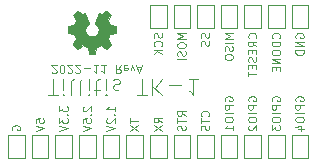
<source format=gbr>
%TF.GenerationSoftware,KiCad,Pcbnew,(6.0.4)*%
%TF.CreationDate,2022-11-15T14:04:27+01:00*%
%TF.ProjectId,tk1,746b312e-6b69-4636-9164-5f7063625858,rev?*%
%TF.SameCoordinates,Original*%
%TF.FileFunction,Legend,Bot*%
%TF.FilePolarity,Positive*%
%FSLAX46Y46*%
G04 Gerber Fmt 4.6, Leading zero omitted, Abs format (unit mm)*
G04 Created by KiCad (PCBNEW (6.0.4)) date 2022-11-15 14:04:27*
%MOMM*%
%LPD*%
G01*
G04 APERTURE LIST*
%ADD10C,0.080000*%
%ADD11C,0.100000*%
%ADD12C,0.120000*%
%ADD13C,0.000100*%
%ADD14C,0.007514*%
G04 APERTURE END LIST*
D10*
X119150000Y-95648000D02*
X119116666Y-95581333D01*
X119116666Y-95481333D01*
X119150000Y-95381333D01*
X119216666Y-95314666D01*
X119283333Y-95281333D01*
X119416666Y-95248000D01*
X119516666Y-95248000D01*
X119650000Y-95281333D01*
X119716666Y-95314666D01*
X119783333Y-95381333D01*
X119816666Y-95481333D01*
X119816666Y-95548000D01*
X119783333Y-95648000D01*
X119750000Y-95681333D01*
X119516666Y-95681333D01*
X119516666Y-95548000D01*
X119816666Y-95981333D02*
X119116666Y-95981333D01*
X119116666Y-96248000D01*
X119150000Y-96314666D01*
X119183333Y-96348000D01*
X119250000Y-96381333D01*
X119350000Y-96381333D01*
X119416666Y-96348000D01*
X119450000Y-96314666D01*
X119483333Y-96248000D01*
X119483333Y-95981333D01*
X119816666Y-96681333D02*
X119116666Y-96681333D01*
X119116666Y-97148000D02*
X119116666Y-97281333D01*
X119150000Y-97348000D01*
X119216666Y-97414666D01*
X119350000Y-97448000D01*
X119583333Y-97448000D01*
X119716666Y-97414666D01*
X119783333Y-97348000D01*
X119816666Y-97281333D01*
X119816666Y-97148000D01*
X119783333Y-97081333D01*
X119716666Y-97014666D01*
X119583333Y-96981333D01*
X119350000Y-96981333D01*
X119216666Y-97014666D01*
X119150000Y-97081333D01*
X119116666Y-97148000D01*
X119816666Y-98114666D02*
X119816666Y-97714666D01*
X119816666Y-97914666D02*
X119116666Y-97914666D01*
X119216666Y-97848000D01*
X119283333Y-97781333D01*
X119316666Y-97714666D01*
X104485333Y-93216666D02*
X104518666Y-93250000D01*
X104585333Y-93283333D01*
X104752000Y-93283333D01*
X104818666Y-93250000D01*
X104852000Y-93216666D01*
X104885333Y-93150000D01*
X104885333Y-93083333D01*
X104852000Y-92983333D01*
X104452000Y-92583333D01*
X104885333Y-92583333D01*
X105318666Y-93283333D02*
X105385333Y-93283333D01*
X105452000Y-93250000D01*
X105485333Y-93216666D01*
X105518666Y-93150000D01*
X105552000Y-93016666D01*
X105552000Y-92850000D01*
X105518666Y-92716666D01*
X105485333Y-92650000D01*
X105452000Y-92616666D01*
X105385333Y-92583333D01*
X105318666Y-92583333D01*
X105252000Y-92616666D01*
X105218666Y-92650000D01*
X105185333Y-92716666D01*
X105152000Y-92850000D01*
X105152000Y-93016666D01*
X105185333Y-93150000D01*
X105218666Y-93216666D01*
X105252000Y-93250000D01*
X105318666Y-93283333D01*
X105818666Y-93216666D02*
X105852000Y-93250000D01*
X105918666Y-93283333D01*
X106085333Y-93283333D01*
X106152000Y-93250000D01*
X106185333Y-93216666D01*
X106218666Y-93150000D01*
X106218666Y-93083333D01*
X106185333Y-92983333D01*
X105785333Y-92583333D01*
X106218666Y-92583333D01*
X106485333Y-93216666D02*
X106518666Y-93250000D01*
X106585333Y-93283333D01*
X106752000Y-93283333D01*
X106818666Y-93250000D01*
X106852000Y-93216666D01*
X106885333Y-93150000D01*
X106885333Y-93083333D01*
X106852000Y-92983333D01*
X106452000Y-92583333D01*
X106885333Y-92583333D01*
X107185333Y-92850000D02*
X107718666Y-92850000D01*
X108418666Y-92583333D02*
X108018666Y-92583333D01*
X108218666Y-92583333D02*
X108218666Y-93283333D01*
X108152000Y-93183333D01*
X108085333Y-93116666D01*
X108018666Y-93083333D01*
X109085333Y-92583333D02*
X108685333Y-92583333D01*
X108885333Y-92583333D02*
X108885333Y-93283333D01*
X108818666Y-93183333D01*
X108752000Y-93116666D01*
X108685333Y-93083333D01*
X110318666Y-92583333D02*
X110085333Y-92916666D01*
X109918666Y-92583333D02*
X109918666Y-93283333D01*
X110185333Y-93283333D01*
X110252000Y-93250000D01*
X110285333Y-93216666D01*
X110318666Y-93150000D01*
X110318666Y-93050000D01*
X110285333Y-92983333D01*
X110252000Y-92950000D01*
X110185333Y-92916666D01*
X109918666Y-92916666D01*
X110885333Y-92616666D02*
X110818666Y-92583333D01*
X110685333Y-92583333D01*
X110618666Y-92616666D01*
X110585333Y-92683333D01*
X110585333Y-92950000D01*
X110618666Y-93016666D01*
X110685333Y-93050000D01*
X110818666Y-93050000D01*
X110885333Y-93016666D01*
X110918666Y-92950000D01*
X110918666Y-92883333D01*
X110585333Y-92816666D01*
X111152000Y-93050000D02*
X111318666Y-92583333D01*
X111485333Y-93050000D01*
X111718666Y-92783333D02*
X112052000Y-92783333D01*
X111652000Y-92583333D02*
X111885333Y-93283333D01*
X112118666Y-92583333D01*
X109816666Y-96514666D02*
X109816666Y-96114666D01*
X109816666Y-96314666D02*
X109116666Y-96314666D01*
X109216666Y-96248000D01*
X109283333Y-96181333D01*
X109316666Y-96114666D01*
X109750000Y-96814666D02*
X109783333Y-96848000D01*
X109816666Y-96814666D01*
X109783333Y-96781333D01*
X109750000Y-96814666D01*
X109816666Y-96814666D01*
X109183333Y-97114666D02*
X109150000Y-97148000D01*
X109116666Y-97214666D01*
X109116666Y-97381333D01*
X109150000Y-97448000D01*
X109183333Y-97481333D01*
X109250000Y-97514666D01*
X109316666Y-97514666D01*
X109416666Y-97481333D01*
X109816666Y-97081333D01*
X109816666Y-97514666D01*
X109116666Y-97714666D02*
X109816666Y-97948000D01*
X109116666Y-98181333D01*
X117750000Y-96914666D02*
X117783333Y-96881333D01*
X117816666Y-96781333D01*
X117816666Y-96714666D01*
X117783333Y-96614666D01*
X117716666Y-96548000D01*
X117650000Y-96514666D01*
X117516666Y-96481333D01*
X117416666Y-96481333D01*
X117283333Y-96514666D01*
X117216666Y-96548000D01*
X117150000Y-96614666D01*
X117116666Y-96714666D01*
X117116666Y-96781333D01*
X117150000Y-96881333D01*
X117183333Y-96914666D01*
X117116666Y-97114666D02*
X117116666Y-97514666D01*
X117816666Y-97314666D02*
X117116666Y-97314666D01*
X117783333Y-97714666D02*
X117816666Y-97814666D01*
X117816666Y-97981333D01*
X117783333Y-98048000D01*
X117750000Y-98081333D01*
X117683333Y-98114666D01*
X117616666Y-98114666D01*
X117550000Y-98081333D01*
X117516666Y-98048000D01*
X117483333Y-97981333D01*
X117450000Y-97848000D01*
X117416666Y-97781333D01*
X117383333Y-97748000D01*
X117316666Y-97714666D01*
X117250000Y-97714666D01*
X117183333Y-97748000D01*
X117150000Y-97781333D01*
X117116666Y-97848000D01*
X117116666Y-98014666D01*
X117150000Y-98114666D01*
X101150000Y-98081333D02*
X101116666Y-98014666D01*
X101116666Y-97914666D01*
X101150000Y-97814666D01*
X101216666Y-97748000D01*
X101283333Y-97714666D01*
X101416666Y-97681333D01*
X101516666Y-97681333D01*
X101650000Y-97714666D01*
X101716666Y-97748000D01*
X101783333Y-97814666D01*
X101816666Y-97914666D01*
X101816666Y-97981333D01*
X101783333Y-98081333D01*
X101750000Y-98114666D01*
X101516666Y-98114666D01*
X101516666Y-97981333D01*
X123750000Y-90318666D02*
X123783333Y-90285333D01*
X123816666Y-90185333D01*
X123816666Y-90118666D01*
X123783333Y-90018666D01*
X123716666Y-89952000D01*
X123650000Y-89918666D01*
X123516666Y-89885333D01*
X123416666Y-89885333D01*
X123283333Y-89918666D01*
X123216666Y-89952000D01*
X123150000Y-90018666D01*
X123116666Y-90118666D01*
X123116666Y-90185333D01*
X123150000Y-90285333D01*
X123183333Y-90318666D01*
X123816666Y-90618666D02*
X123116666Y-90618666D01*
X123116666Y-90785333D01*
X123150000Y-90885333D01*
X123216666Y-90952000D01*
X123283333Y-90985333D01*
X123416666Y-91018666D01*
X123516666Y-91018666D01*
X123650000Y-90985333D01*
X123716666Y-90952000D01*
X123783333Y-90885333D01*
X123816666Y-90785333D01*
X123816666Y-90618666D01*
X123116666Y-91452000D02*
X123116666Y-91585333D01*
X123150000Y-91652000D01*
X123216666Y-91718666D01*
X123350000Y-91752000D01*
X123583333Y-91752000D01*
X123716666Y-91718666D01*
X123783333Y-91652000D01*
X123816666Y-91585333D01*
X123816666Y-91452000D01*
X123783333Y-91385333D01*
X123716666Y-91318666D01*
X123583333Y-91285333D01*
X123350000Y-91285333D01*
X123216666Y-91318666D01*
X123150000Y-91385333D01*
X123116666Y-91452000D01*
X123816666Y-92052000D02*
X123116666Y-92052000D01*
X123816666Y-92452000D01*
X123116666Y-92452000D01*
X123450000Y-92785333D02*
X123450000Y-93018666D01*
X123816666Y-93118666D02*
X123816666Y-92785333D01*
X123116666Y-92785333D01*
X123116666Y-93118666D01*
X115816666Y-89918666D02*
X115116666Y-89918666D01*
X115616666Y-90152000D01*
X115116666Y-90385333D01*
X115816666Y-90385333D01*
X115116666Y-90852000D02*
X115116666Y-90985333D01*
X115150000Y-91052000D01*
X115216666Y-91118666D01*
X115350000Y-91152000D01*
X115583333Y-91152000D01*
X115716666Y-91118666D01*
X115783333Y-91052000D01*
X115816666Y-90985333D01*
X115816666Y-90852000D01*
X115783333Y-90785333D01*
X115716666Y-90718666D01*
X115583333Y-90685333D01*
X115350000Y-90685333D01*
X115216666Y-90718666D01*
X115150000Y-90785333D01*
X115116666Y-90852000D01*
X115783333Y-91418666D02*
X115816666Y-91518666D01*
X115816666Y-91685333D01*
X115783333Y-91752000D01*
X115750000Y-91785333D01*
X115683333Y-91818666D01*
X115616666Y-91818666D01*
X115550000Y-91785333D01*
X115516666Y-91752000D01*
X115483333Y-91685333D01*
X115450000Y-91552000D01*
X115416666Y-91485333D01*
X115383333Y-91452000D01*
X115316666Y-91418666D01*
X115250000Y-91418666D01*
X115183333Y-91452000D01*
X115150000Y-91485333D01*
X115116666Y-91552000D01*
X115116666Y-91718666D01*
X115150000Y-91818666D01*
X115816666Y-92118666D02*
X115116666Y-92118666D01*
X125150000Y-95648000D02*
X125116666Y-95581333D01*
X125116666Y-95481333D01*
X125150000Y-95381333D01*
X125216666Y-95314666D01*
X125283333Y-95281333D01*
X125416666Y-95248000D01*
X125516666Y-95248000D01*
X125650000Y-95281333D01*
X125716666Y-95314666D01*
X125783333Y-95381333D01*
X125816666Y-95481333D01*
X125816666Y-95548000D01*
X125783333Y-95648000D01*
X125750000Y-95681333D01*
X125516666Y-95681333D01*
X125516666Y-95548000D01*
X125816666Y-95981333D02*
X125116666Y-95981333D01*
X125116666Y-96248000D01*
X125150000Y-96314666D01*
X125183333Y-96348000D01*
X125250000Y-96381333D01*
X125350000Y-96381333D01*
X125416666Y-96348000D01*
X125450000Y-96314666D01*
X125483333Y-96248000D01*
X125483333Y-95981333D01*
X125816666Y-96681333D02*
X125116666Y-96681333D01*
X125116666Y-97148000D02*
X125116666Y-97281333D01*
X125150000Y-97348000D01*
X125216666Y-97414666D01*
X125350000Y-97448000D01*
X125583333Y-97448000D01*
X125716666Y-97414666D01*
X125783333Y-97348000D01*
X125816666Y-97281333D01*
X125816666Y-97148000D01*
X125783333Y-97081333D01*
X125716666Y-97014666D01*
X125583333Y-96981333D01*
X125350000Y-96981333D01*
X125216666Y-97014666D01*
X125150000Y-97081333D01*
X125116666Y-97148000D01*
X125350000Y-98048000D02*
X125816666Y-98048000D01*
X125083333Y-97881333D02*
X125583333Y-97714666D01*
X125583333Y-98148000D01*
X113816666Y-97448000D02*
X113483333Y-97214666D01*
X113816666Y-97048000D02*
X113116666Y-97048000D01*
X113116666Y-97314666D01*
X113150000Y-97381333D01*
X113183333Y-97414666D01*
X113250000Y-97448000D01*
X113350000Y-97448000D01*
X113416666Y-97414666D01*
X113450000Y-97381333D01*
X113483333Y-97314666D01*
X113483333Y-97048000D01*
X113116666Y-97681333D02*
X113816666Y-98148000D01*
X113116666Y-98148000D02*
X113816666Y-97681333D01*
X105116666Y-96081333D02*
X105116666Y-96514666D01*
X105383333Y-96281333D01*
X105383333Y-96381333D01*
X105416666Y-96448000D01*
X105450000Y-96481333D01*
X105516666Y-96514666D01*
X105683333Y-96514666D01*
X105750000Y-96481333D01*
X105783333Y-96448000D01*
X105816666Y-96381333D01*
X105816666Y-96181333D01*
X105783333Y-96114666D01*
X105750000Y-96081333D01*
X105750000Y-96814666D02*
X105783333Y-96848000D01*
X105816666Y-96814666D01*
X105783333Y-96781333D01*
X105750000Y-96814666D01*
X105816666Y-96814666D01*
X105116666Y-97081333D02*
X105116666Y-97514666D01*
X105383333Y-97281333D01*
X105383333Y-97381333D01*
X105416666Y-97448000D01*
X105450000Y-97481333D01*
X105516666Y-97514666D01*
X105683333Y-97514666D01*
X105750000Y-97481333D01*
X105783333Y-97448000D01*
X105816666Y-97381333D01*
X105816666Y-97181333D01*
X105783333Y-97114666D01*
X105750000Y-97081333D01*
X105116666Y-97714666D02*
X105816666Y-97948000D01*
X105116666Y-98181333D01*
X111116666Y-97114666D02*
X111116666Y-97514666D01*
X111816666Y-97314666D02*
X111116666Y-97314666D01*
X111116666Y-97681333D02*
X111816666Y-98148000D01*
X111116666Y-98148000D02*
X111816666Y-97681333D01*
X125150000Y-90285333D02*
X125116666Y-90218666D01*
X125116666Y-90118666D01*
X125150000Y-90018666D01*
X125216666Y-89952000D01*
X125283333Y-89918666D01*
X125416666Y-89885333D01*
X125516666Y-89885333D01*
X125650000Y-89918666D01*
X125716666Y-89952000D01*
X125783333Y-90018666D01*
X125816666Y-90118666D01*
X125816666Y-90185333D01*
X125783333Y-90285333D01*
X125750000Y-90318666D01*
X125516666Y-90318666D01*
X125516666Y-90185333D01*
X125816666Y-90618666D02*
X125116666Y-90618666D01*
X125816666Y-91018666D01*
X125116666Y-91018666D01*
X125816666Y-91352000D02*
X125116666Y-91352000D01*
X125116666Y-91518666D01*
X125150000Y-91618666D01*
X125216666Y-91685333D01*
X125283333Y-91718666D01*
X125416666Y-91752000D01*
X125516666Y-91752000D01*
X125650000Y-91718666D01*
X125716666Y-91685333D01*
X125783333Y-91618666D01*
X125816666Y-91518666D01*
X125816666Y-91352000D01*
X113783333Y-89885333D02*
X113816666Y-89985333D01*
X113816666Y-90152000D01*
X113783333Y-90218666D01*
X113750000Y-90252000D01*
X113683333Y-90285333D01*
X113616666Y-90285333D01*
X113550000Y-90252000D01*
X113516666Y-90218666D01*
X113483333Y-90152000D01*
X113450000Y-90018666D01*
X113416666Y-89952000D01*
X113383333Y-89918666D01*
X113316666Y-89885333D01*
X113250000Y-89885333D01*
X113183333Y-89918666D01*
X113150000Y-89952000D01*
X113116666Y-90018666D01*
X113116666Y-90185333D01*
X113150000Y-90285333D01*
X113750000Y-90985333D02*
X113783333Y-90952000D01*
X113816666Y-90852000D01*
X113816666Y-90785333D01*
X113783333Y-90685333D01*
X113716666Y-90618666D01*
X113650000Y-90585333D01*
X113516666Y-90552000D01*
X113416666Y-90552000D01*
X113283333Y-90585333D01*
X113216666Y-90618666D01*
X113150000Y-90685333D01*
X113116666Y-90785333D01*
X113116666Y-90852000D01*
X113150000Y-90952000D01*
X113183333Y-90985333D01*
X113816666Y-91285333D02*
X113116666Y-91285333D01*
X113816666Y-91685333D02*
X113416666Y-91385333D01*
X113116666Y-91685333D02*
X113516666Y-91285333D01*
X119816666Y-89918666D02*
X119116666Y-89918666D01*
X119616666Y-90152000D01*
X119116666Y-90385333D01*
X119816666Y-90385333D01*
X119816666Y-90718666D02*
X119116666Y-90718666D01*
X119783333Y-91018666D02*
X119816666Y-91118666D01*
X119816666Y-91285333D01*
X119783333Y-91352000D01*
X119750000Y-91385333D01*
X119683333Y-91418666D01*
X119616666Y-91418666D01*
X119550000Y-91385333D01*
X119516666Y-91352000D01*
X119483333Y-91285333D01*
X119450000Y-91152000D01*
X119416666Y-91085333D01*
X119383333Y-91052000D01*
X119316666Y-91018666D01*
X119250000Y-91018666D01*
X119183333Y-91052000D01*
X119150000Y-91085333D01*
X119116666Y-91152000D01*
X119116666Y-91318666D01*
X119150000Y-91418666D01*
X119116666Y-91852000D02*
X119116666Y-91985333D01*
X119150000Y-92052000D01*
X119216666Y-92118666D01*
X119350000Y-92152000D01*
X119583333Y-92152000D01*
X119716666Y-92118666D01*
X119783333Y-92052000D01*
X119816666Y-91985333D01*
X119816666Y-91852000D01*
X119783333Y-91785333D01*
X119716666Y-91718666D01*
X119583333Y-91685333D01*
X119350000Y-91685333D01*
X119216666Y-91718666D01*
X119150000Y-91785333D01*
X119116666Y-91852000D01*
D11*
X104198333Y-95166666D02*
X104998333Y-95166666D01*
X104598333Y-93766666D02*
X104598333Y-95166666D01*
X105465000Y-93766666D02*
X105465000Y-94700000D01*
X105465000Y-95166666D02*
X105398333Y-95100000D01*
X105465000Y-95033333D01*
X105531666Y-95100000D01*
X105465000Y-95166666D01*
X105465000Y-95033333D01*
X106331666Y-93766666D02*
X106198333Y-93833333D01*
X106131666Y-93966666D01*
X106131666Y-95166666D01*
X107065000Y-93766666D02*
X106931666Y-93833333D01*
X106865000Y-93966666D01*
X106865000Y-95166666D01*
X107598333Y-93766666D02*
X107598333Y-94700000D01*
X107598333Y-95166666D02*
X107531666Y-95100000D01*
X107598333Y-95033333D01*
X107665000Y-95100000D01*
X107598333Y-95166666D01*
X107598333Y-95033333D01*
X108065000Y-94700000D02*
X108598333Y-94700000D01*
X108265000Y-95166666D02*
X108265000Y-93966666D01*
X108331666Y-93833333D01*
X108465000Y-93766666D01*
X108598333Y-93766666D01*
X109064999Y-93766666D02*
X109064999Y-94700000D01*
X109064999Y-95166666D02*
X108998333Y-95100000D01*
X109064999Y-95033333D01*
X109131666Y-95100000D01*
X109064999Y-95166666D01*
X109064999Y-95033333D01*
X109665000Y-93833333D02*
X109798333Y-93766666D01*
X110065000Y-93766666D01*
X110198333Y-93833333D01*
X110265000Y-93966666D01*
X110265000Y-94033333D01*
X110198333Y-94166666D01*
X110065000Y-94233333D01*
X109865000Y-94233333D01*
X109731666Y-94300000D01*
X109665000Y-94433333D01*
X109665000Y-94500000D01*
X109731666Y-94633333D01*
X109865000Y-94700000D01*
X110065000Y-94700000D01*
X110198333Y-94633333D01*
X111731666Y-95166666D02*
X112531666Y-95166666D01*
X112131666Y-93766666D02*
X112131666Y-95166666D01*
X112998333Y-93766666D02*
X112998333Y-95166666D01*
X113798333Y-93766666D02*
X113198333Y-94566666D01*
X113798333Y-95166666D02*
X112998333Y-94366666D01*
X114398333Y-94300000D02*
X115464999Y-94300000D01*
X116864999Y-93766666D02*
X116064999Y-93766666D01*
X116464999Y-93766666D02*
X116464999Y-95166666D01*
X116331666Y-94966666D01*
X116198333Y-94833333D01*
X116064999Y-94766666D01*
D10*
X115816666Y-96914666D02*
X115483333Y-96681333D01*
X115816666Y-96514666D02*
X115116666Y-96514666D01*
X115116666Y-96781333D01*
X115150000Y-96848000D01*
X115183333Y-96881333D01*
X115250000Y-96914666D01*
X115350000Y-96914666D01*
X115416666Y-96881333D01*
X115450000Y-96848000D01*
X115483333Y-96781333D01*
X115483333Y-96514666D01*
X115116666Y-97114666D02*
X115116666Y-97514666D01*
X115816666Y-97314666D02*
X115116666Y-97314666D01*
X115783333Y-97714666D02*
X115816666Y-97814666D01*
X115816666Y-97981333D01*
X115783333Y-98048000D01*
X115750000Y-98081333D01*
X115683333Y-98114666D01*
X115616666Y-98114666D01*
X115550000Y-98081333D01*
X115516666Y-98048000D01*
X115483333Y-97981333D01*
X115450000Y-97848000D01*
X115416666Y-97781333D01*
X115383333Y-97748000D01*
X115316666Y-97714666D01*
X115250000Y-97714666D01*
X115183333Y-97748000D01*
X115150000Y-97781333D01*
X115116666Y-97848000D01*
X115116666Y-98014666D01*
X115150000Y-98114666D01*
X103116666Y-97481333D02*
X103116666Y-97148000D01*
X103450000Y-97114666D01*
X103416666Y-97148000D01*
X103383333Y-97214666D01*
X103383333Y-97381333D01*
X103416666Y-97448000D01*
X103450000Y-97481333D01*
X103516666Y-97514666D01*
X103683333Y-97514666D01*
X103750000Y-97481333D01*
X103783333Y-97448000D01*
X103816666Y-97381333D01*
X103816666Y-97214666D01*
X103783333Y-97148000D01*
X103750000Y-97114666D01*
X103116666Y-97714666D02*
X103816666Y-97948000D01*
X103116666Y-98181333D01*
X121750000Y-90318666D02*
X121783333Y-90285333D01*
X121816666Y-90185333D01*
X121816666Y-90118666D01*
X121783333Y-90018666D01*
X121716666Y-89952000D01*
X121650000Y-89918666D01*
X121516666Y-89885333D01*
X121416666Y-89885333D01*
X121283333Y-89918666D01*
X121216666Y-89952000D01*
X121150000Y-90018666D01*
X121116666Y-90118666D01*
X121116666Y-90185333D01*
X121150000Y-90285333D01*
X121183333Y-90318666D01*
X121816666Y-91018666D02*
X121483333Y-90785333D01*
X121816666Y-90618666D02*
X121116666Y-90618666D01*
X121116666Y-90885333D01*
X121150000Y-90952000D01*
X121183333Y-90985333D01*
X121250000Y-91018666D01*
X121350000Y-91018666D01*
X121416666Y-90985333D01*
X121450000Y-90952000D01*
X121483333Y-90885333D01*
X121483333Y-90618666D01*
X121450000Y-91318666D02*
X121450000Y-91552000D01*
X121816666Y-91652000D02*
X121816666Y-91318666D01*
X121116666Y-91318666D01*
X121116666Y-91652000D01*
X121783333Y-91918666D02*
X121816666Y-92018666D01*
X121816666Y-92185333D01*
X121783333Y-92252000D01*
X121750000Y-92285333D01*
X121683333Y-92318666D01*
X121616666Y-92318666D01*
X121550000Y-92285333D01*
X121516666Y-92252000D01*
X121483333Y-92185333D01*
X121450000Y-92052000D01*
X121416666Y-91985333D01*
X121383333Y-91952000D01*
X121316666Y-91918666D01*
X121250000Y-91918666D01*
X121183333Y-91952000D01*
X121150000Y-91985333D01*
X121116666Y-92052000D01*
X121116666Y-92218666D01*
X121150000Y-92318666D01*
X121450000Y-92618666D02*
X121450000Y-92852000D01*
X121816666Y-92952000D02*
X121816666Y-92618666D01*
X121116666Y-92618666D01*
X121116666Y-92952000D01*
X121116666Y-93152000D02*
X121116666Y-93552000D01*
X121816666Y-93352000D02*
X121116666Y-93352000D01*
X123150000Y-95648000D02*
X123116666Y-95581333D01*
X123116666Y-95481333D01*
X123150000Y-95381333D01*
X123216666Y-95314666D01*
X123283333Y-95281333D01*
X123416666Y-95248000D01*
X123516666Y-95248000D01*
X123650000Y-95281333D01*
X123716666Y-95314666D01*
X123783333Y-95381333D01*
X123816666Y-95481333D01*
X123816666Y-95548000D01*
X123783333Y-95648000D01*
X123750000Y-95681333D01*
X123516666Y-95681333D01*
X123516666Y-95548000D01*
X123816666Y-95981333D02*
X123116666Y-95981333D01*
X123116666Y-96248000D01*
X123150000Y-96314666D01*
X123183333Y-96348000D01*
X123250000Y-96381333D01*
X123350000Y-96381333D01*
X123416666Y-96348000D01*
X123450000Y-96314666D01*
X123483333Y-96248000D01*
X123483333Y-95981333D01*
X123816666Y-96681333D02*
X123116666Y-96681333D01*
X123116666Y-97148000D02*
X123116666Y-97281333D01*
X123150000Y-97348000D01*
X123216666Y-97414666D01*
X123350000Y-97448000D01*
X123583333Y-97448000D01*
X123716666Y-97414666D01*
X123783333Y-97348000D01*
X123816666Y-97281333D01*
X123816666Y-97148000D01*
X123783333Y-97081333D01*
X123716666Y-97014666D01*
X123583333Y-96981333D01*
X123350000Y-96981333D01*
X123216666Y-97014666D01*
X123150000Y-97081333D01*
X123116666Y-97148000D01*
X123116666Y-97681333D02*
X123116666Y-98114666D01*
X123383333Y-97881333D01*
X123383333Y-97981333D01*
X123416666Y-98048000D01*
X123450000Y-98081333D01*
X123516666Y-98114666D01*
X123683333Y-98114666D01*
X123750000Y-98081333D01*
X123783333Y-98048000D01*
X123816666Y-97981333D01*
X123816666Y-97781333D01*
X123783333Y-97714666D01*
X123750000Y-97681333D01*
X121150000Y-95648000D02*
X121116666Y-95581333D01*
X121116666Y-95481333D01*
X121150000Y-95381333D01*
X121216666Y-95314666D01*
X121283333Y-95281333D01*
X121416666Y-95248000D01*
X121516666Y-95248000D01*
X121650000Y-95281333D01*
X121716666Y-95314666D01*
X121783333Y-95381333D01*
X121816666Y-95481333D01*
X121816666Y-95548000D01*
X121783333Y-95648000D01*
X121750000Y-95681333D01*
X121516666Y-95681333D01*
X121516666Y-95548000D01*
X121816666Y-95981333D02*
X121116666Y-95981333D01*
X121116666Y-96248000D01*
X121150000Y-96314666D01*
X121183333Y-96348000D01*
X121250000Y-96381333D01*
X121350000Y-96381333D01*
X121416666Y-96348000D01*
X121450000Y-96314666D01*
X121483333Y-96248000D01*
X121483333Y-95981333D01*
X121816666Y-96681333D02*
X121116666Y-96681333D01*
X121116666Y-97148000D02*
X121116666Y-97281333D01*
X121150000Y-97348000D01*
X121216666Y-97414666D01*
X121350000Y-97448000D01*
X121583333Y-97448000D01*
X121716666Y-97414666D01*
X121783333Y-97348000D01*
X121816666Y-97281333D01*
X121816666Y-97148000D01*
X121783333Y-97081333D01*
X121716666Y-97014666D01*
X121583333Y-96981333D01*
X121350000Y-96981333D01*
X121216666Y-97014666D01*
X121150000Y-97081333D01*
X121116666Y-97148000D01*
X121183333Y-97714666D02*
X121150000Y-97748000D01*
X121116666Y-97814666D01*
X121116666Y-97981333D01*
X121150000Y-98048000D01*
X121183333Y-98081333D01*
X121250000Y-98114666D01*
X121316666Y-98114666D01*
X121416666Y-98081333D01*
X121816666Y-97681333D01*
X121816666Y-98114666D01*
X107183333Y-96114666D02*
X107150000Y-96148000D01*
X107116666Y-96214666D01*
X107116666Y-96381333D01*
X107150000Y-96448000D01*
X107183333Y-96481333D01*
X107250000Y-96514666D01*
X107316666Y-96514666D01*
X107416666Y-96481333D01*
X107816666Y-96081333D01*
X107816666Y-96514666D01*
X107750000Y-96814666D02*
X107783333Y-96848000D01*
X107816666Y-96814666D01*
X107783333Y-96781333D01*
X107750000Y-96814666D01*
X107816666Y-96814666D01*
X107116666Y-97481333D02*
X107116666Y-97148000D01*
X107450000Y-97114666D01*
X107416666Y-97148000D01*
X107383333Y-97214666D01*
X107383333Y-97381333D01*
X107416666Y-97448000D01*
X107450000Y-97481333D01*
X107516666Y-97514666D01*
X107683333Y-97514666D01*
X107750000Y-97481333D01*
X107783333Y-97448000D01*
X107816666Y-97381333D01*
X107816666Y-97214666D01*
X107783333Y-97148000D01*
X107750000Y-97114666D01*
X107116666Y-97714666D02*
X107816666Y-97948000D01*
X107116666Y-98181333D01*
X117783333Y-89885333D02*
X117816666Y-89985333D01*
X117816666Y-90152000D01*
X117783333Y-90218666D01*
X117750000Y-90252000D01*
X117683333Y-90285333D01*
X117616666Y-90285333D01*
X117550000Y-90252000D01*
X117516666Y-90218666D01*
X117483333Y-90152000D01*
X117450000Y-90018666D01*
X117416666Y-89952000D01*
X117383333Y-89918666D01*
X117316666Y-89885333D01*
X117250000Y-89885333D01*
X117183333Y-89918666D01*
X117150000Y-89952000D01*
X117116666Y-90018666D01*
X117116666Y-90185333D01*
X117150000Y-90285333D01*
X117783333Y-90552000D02*
X117816666Y-90652000D01*
X117816666Y-90818666D01*
X117783333Y-90885333D01*
X117750000Y-90918666D01*
X117683333Y-90952000D01*
X117616666Y-90952000D01*
X117550000Y-90918666D01*
X117516666Y-90885333D01*
X117483333Y-90818666D01*
X117450000Y-90685333D01*
X117416666Y-90618666D01*
X117383333Y-90585333D01*
X117316666Y-90552000D01*
X117250000Y-90552000D01*
X117183333Y-90585333D01*
X117150000Y-90618666D01*
X117116666Y-90685333D01*
X117116666Y-90852000D01*
X117150000Y-90952000D01*
D12*
%TO.C,TP1*%
X104200000Y-100500000D02*
X104200000Y-98500000D01*
X104200000Y-98500000D02*
X102800000Y-98500000D01*
X102800000Y-98500000D02*
X102800000Y-100500000D01*
X102800000Y-100500000D02*
X104200000Y-100500000D01*
%TO.C,TP3*%
X108200000Y-98500000D02*
X106800000Y-98500000D01*
X108200000Y-100500000D02*
X108200000Y-98500000D01*
X106800000Y-100500000D02*
X108200000Y-100500000D01*
X106800000Y-98500000D02*
X106800000Y-100500000D01*
%TO.C,TP4*%
X110200000Y-98500000D02*
X108800000Y-98500000D01*
X110200000Y-100500000D02*
X110200000Y-98500000D01*
X108800000Y-98500000D02*
X108800000Y-100500000D01*
X108800000Y-100500000D02*
X110200000Y-100500000D01*
%TO.C,TP2*%
X106200000Y-100500000D02*
X106200000Y-98500000D01*
X106200000Y-98500000D02*
X104800000Y-98500000D01*
X104800000Y-98500000D02*
X104800000Y-100500000D01*
X104800000Y-100500000D02*
X106200000Y-100500000D01*
%TO.C,TP7*%
X112800000Y-98500000D02*
X112800000Y-100500000D01*
X112800000Y-100500000D02*
X114200000Y-100500000D01*
X114200000Y-98500000D02*
X112800000Y-98500000D01*
X114200000Y-100500000D02*
X114200000Y-98500000D01*
%TO.C,TP9*%
X118200000Y-98500000D02*
X116800000Y-98500000D01*
X116800000Y-100500000D02*
X118200000Y-100500000D01*
X116800000Y-98500000D02*
X116800000Y-100500000D01*
X118200000Y-100500000D02*
X118200000Y-98500000D01*
%TO.C,TP5*%
X124800000Y-89500000D02*
X126200000Y-89500000D01*
X126200000Y-87500000D02*
X124800000Y-87500000D01*
X126200000Y-89500000D02*
X126200000Y-87500000D01*
X124800000Y-87500000D02*
X124800000Y-89500000D01*
%TO.C,TP18*%
X120200000Y-100500000D02*
X120200000Y-98500000D01*
X118800000Y-98500000D02*
X118800000Y-100500000D01*
X120200000Y-98500000D02*
X118800000Y-98500000D01*
X118800000Y-100500000D02*
X120200000Y-100500000D01*
%TO.C,REF\u002A\u002A*%
G36*
X109142060Y-87992980D02*
G01*
X109512900Y-88363820D01*
X109515440Y-88373980D01*
X109515440Y-88379060D01*
X109512900Y-88389220D01*
X109510360Y-88394300D01*
X109230960Y-88800700D01*
X109228420Y-88813400D01*
X109228420Y-88821020D01*
X109231520Y-88835072D01*
X109383397Y-89214459D01*
X109393520Y-89227420D01*
X109403680Y-89235040D01*
X109413840Y-89240120D01*
X109904060Y-89331560D01*
X109911680Y-89336640D01*
X109919300Y-89346800D01*
X109921840Y-89356960D01*
X109921840Y-89872580D01*
X109919300Y-89880200D01*
X109916760Y-89885280D01*
X109911680Y-89890360D01*
X109904060Y-89895440D01*
X109896440Y-89897980D01*
X109403680Y-89989420D01*
X109393520Y-89991960D01*
X109378280Y-90002120D01*
X109375740Y-90007200D01*
X109370594Y-90015315D01*
X109215720Y-90378040D01*
X109213180Y-90388200D01*
X109213180Y-90398360D01*
X109218260Y-90405980D01*
X109220800Y-90411060D01*
X109515440Y-90840320D01*
X109515440Y-90847940D01*
X109512900Y-90855560D01*
X109505280Y-90870800D01*
X109136980Y-91236560D01*
X109126820Y-91239100D01*
X109119200Y-91239100D01*
X109114120Y-91236560D01*
X108679780Y-90939380D01*
X108672160Y-90936840D01*
X108656920Y-90934300D01*
X108644220Y-90936840D01*
X108636600Y-90939380D01*
X108286080Y-91081620D01*
X108278460Y-91089240D01*
X108273380Y-91096860D01*
X108269232Y-91106847D01*
X108171780Y-91630260D01*
X108164160Y-91637880D01*
X108159080Y-91640420D01*
X108151460Y-91642960D01*
X108143840Y-91642960D01*
X107633268Y-91644817D01*
X107620600Y-91640420D01*
X107612980Y-91635340D01*
X107605360Y-91625180D01*
X107510699Y-91106847D01*
X107506300Y-91096860D01*
X107498680Y-91086700D01*
X107485980Y-91079080D01*
X107132920Y-90934300D01*
X107107520Y-90934300D01*
X106670640Y-91234020D01*
X106663020Y-91239100D01*
X106655400Y-91239100D01*
X106645240Y-91236560D01*
X106635300Y-91231480D01*
X106630000Y-91226400D01*
X106274400Y-90868260D01*
X106266780Y-90860640D01*
X106264240Y-90850480D01*
X106266780Y-90837780D01*
X106274400Y-90827620D01*
X106556340Y-90416140D01*
X106561420Y-90408520D01*
X106563960Y-90400900D01*
X106563960Y-90378040D01*
X106556340Y-90360260D01*
X106406480Y-90007200D01*
X106398860Y-89999580D01*
X106386160Y-89991960D01*
X106378540Y-89989420D01*
X105883240Y-89897980D01*
X105873080Y-89895440D01*
X105865460Y-89887820D01*
X105860380Y-89880200D01*
X105858898Y-89870538D01*
X105857840Y-89359500D01*
X105860380Y-89349340D01*
X105865460Y-89339180D01*
X105878160Y-89331560D01*
X106353140Y-89242660D01*
X106376000Y-89237580D01*
X106388700Y-89227420D01*
X106393780Y-89219800D01*
X106548720Y-88831180D01*
X106551260Y-88823560D01*
X106551260Y-88810860D01*
X106548720Y-88800700D01*
X106543640Y-88793080D01*
X106269320Y-88391760D01*
X106266780Y-88386680D01*
X106266780Y-88373980D01*
X106274400Y-88358740D01*
X106284560Y-88346040D01*
X106640160Y-87992980D01*
X106655400Y-87987900D01*
X106670640Y-87990440D01*
X106683340Y-88000600D01*
X107066880Y-88264760D01*
X107074500Y-88267300D01*
X107084660Y-88269840D01*
X107097360Y-88267300D01*
X107110060Y-88262220D01*
X107287860Y-88170780D01*
X107300560Y-88173320D01*
X107310720Y-88188560D01*
X107666320Y-89052160D01*
X107666320Y-89067400D01*
X107663780Y-89075020D01*
X107653620Y-89085180D01*
X107508840Y-89189320D01*
X107468200Y-89232500D01*
X107430100Y-89278220D01*
X107397080Y-89329020D01*
X107371680Y-89379820D01*
X107351360Y-89433160D01*
X107338660Y-89473800D01*
X107325960Y-89547460D01*
X107323420Y-89595720D01*
X107323420Y-89631280D01*
X107325960Y-89684620D01*
X107338660Y-89740500D01*
X107353900Y-89801460D01*
X107384380Y-89867500D01*
X107407240Y-89910680D01*
X107447880Y-89964020D01*
X107488520Y-90012280D01*
X107564720Y-90078320D01*
X107661240Y-90131660D01*
X107757760Y-90164680D01*
X107856820Y-90177380D01*
X107943180Y-90177380D01*
X107991440Y-90169760D01*
X108037160Y-90159600D01*
X108103200Y-90139280D01*
X108169240Y-90106260D01*
X108214960Y-90075780D01*
X108268300Y-90035140D01*
X108316560Y-89986880D01*
X108362280Y-89925920D01*
X108413080Y-89834480D01*
X108446100Y-89727800D01*
X108456260Y-89643980D01*
X108456260Y-89572860D01*
X108448640Y-89511900D01*
X108428320Y-89430620D01*
X108385140Y-89334100D01*
X108336880Y-89257900D01*
X108255600Y-89176620D01*
X108202260Y-89138520D01*
X108161620Y-89108040D01*
X108126060Y-89087720D01*
X108115900Y-89077560D01*
X108113360Y-89069940D01*
X108113360Y-89054700D01*
X108118440Y-89044540D01*
X108474040Y-88183480D01*
X108479120Y-88175860D01*
X108484200Y-88173320D01*
X108491820Y-88170780D01*
X108499440Y-88170780D01*
X108679780Y-88267300D01*
X108689940Y-88269840D01*
X108700100Y-88269840D01*
X108710260Y-88267300D01*
X108717880Y-88262220D01*
X109111580Y-87992980D01*
X109116660Y-87990440D01*
X109124280Y-87987900D01*
X109134440Y-87987900D01*
X109142060Y-87992980D01*
G37*
D13*
X109142060Y-87992980D02*
X109512900Y-88363820D01*
X109515440Y-88373980D01*
X109515440Y-88379060D01*
X109512900Y-88389220D01*
X109510360Y-88394300D01*
X109230960Y-88800700D01*
X109228420Y-88813400D01*
X109228420Y-88821020D01*
X109231520Y-88835072D01*
X109383397Y-89214459D01*
X109393520Y-89227420D01*
X109403680Y-89235040D01*
X109413840Y-89240120D01*
X109904060Y-89331560D01*
X109911680Y-89336640D01*
X109919300Y-89346800D01*
X109921840Y-89356960D01*
X109921840Y-89872580D01*
X109919300Y-89880200D01*
X109916760Y-89885280D01*
X109911680Y-89890360D01*
X109904060Y-89895440D01*
X109896440Y-89897980D01*
X109403680Y-89989420D01*
X109393520Y-89991960D01*
X109378280Y-90002120D01*
X109375740Y-90007200D01*
X109370594Y-90015315D01*
X109215720Y-90378040D01*
X109213180Y-90388200D01*
X109213180Y-90398360D01*
X109218260Y-90405980D01*
X109220800Y-90411060D01*
X109515440Y-90840320D01*
X109515440Y-90847940D01*
X109512900Y-90855560D01*
X109505280Y-90870800D01*
X109136980Y-91236560D01*
X109126820Y-91239100D01*
X109119200Y-91239100D01*
X109114120Y-91236560D01*
X108679780Y-90939380D01*
X108672160Y-90936840D01*
X108656920Y-90934300D01*
X108644220Y-90936840D01*
X108636600Y-90939380D01*
X108286080Y-91081620D01*
X108278460Y-91089240D01*
X108273380Y-91096860D01*
X108269232Y-91106847D01*
X108171780Y-91630260D01*
X108164160Y-91637880D01*
X108159080Y-91640420D01*
X108151460Y-91642960D01*
X108143840Y-91642960D01*
X107633268Y-91644817D01*
X107620600Y-91640420D01*
X107612980Y-91635340D01*
X107605360Y-91625180D01*
X107510699Y-91106847D01*
X107506300Y-91096860D01*
X107498680Y-91086700D01*
X107485980Y-91079080D01*
X107132920Y-90934300D01*
X107107520Y-90934300D01*
X106670640Y-91234020D01*
X106663020Y-91239100D01*
X106655400Y-91239100D01*
X106645240Y-91236560D01*
X106635300Y-91231480D01*
X106630000Y-91226400D01*
X106274400Y-90868260D01*
X106266780Y-90860640D01*
X106264240Y-90850480D01*
X106266780Y-90837780D01*
X106274400Y-90827620D01*
X106556340Y-90416140D01*
X106561420Y-90408520D01*
X106563960Y-90400900D01*
X106563960Y-90378040D01*
X106556340Y-90360260D01*
X106406480Y-90007200D01*
X106398860Y-89999580D01*
X106386160Y-89991960D01*
X106378540Y-89989420D01*
X105883240Y-89897980D01*
X105873080Y-89895440D01*
X105865460Y-89887820D01*
X105860380Y-89880200D01*
X105858898Y-89870538D01*
X105857840Y-89359500D01*
X105860380Y-89349340D01*
X105865460Y-89339180D01*
X105878160Y-89331560D01*
X106353140Y-89242660D01*
X106376000Y-89237580D01*
X106388700Y-89227420D01*
X106393780Y-89219800D01*
X106548720Y-88831180D01*
X106551260Y-88823560D01*
X106551260Y-88810860D01*
X106548720Y-88800700D01*
X106543640Y-88793080D01*
X106269320Y-88391760D01*
X106266780Y-88386680D01*
X106266780Y-88373980D01*
X106274400Y-88358740D01*
X106284560Y-88346040D01*
X106640160Y-87992980D01*
X106655400Y-87987900D01*
X106670640Y-87990440D01*
X106683340Y-88000600D01*
X107066880Y-88264760D01*
X107074500Y-88267300D01*
X107084660Y-88269840D01*
X107097360Y-88267300D01*
X107110060Y-88262220D01*
X107287860Y-88170780D01*
X107300560Y-88173320D01*
X107310720Y-88188560D01*
X107666320Y-89052160D01*
X107666320Y-89067400D01*
X107663780Y-89075020D01*
X107653620Y-89085180D01*
X107508840Y-89189320D01*
X107468200Y-89232500D01*
X107430100Y-89278220D01*
X107397080Y-89329020D01*
X107371680Y-89379820D01*
X107351360Y-89433160D01*
X107338660Y-89473800D01*
X107325960Y-89547460D01*
X107323420Y-89595720D01*
X107323420Y-89631280D01*
X107325960Y-89684620D01*
X107338660Y-89740500D01*
X107353900Y-89801460D01*
X107384380Y-89867500D01*
X107407240Y-89910680D01*
X107447880Y-89964020D01*
X107488520Y-90012280D01*
X107564720Y-90078320D01*
X107661240Y-90131660D01*
X107757760Y-90164680D01*
X107856820Y-90177380D01*
X107943180Y-90177380D01*
X107991440Y-90169760D01*
X108037160Y-90159600D01*
X108103200Y-90139280D01*
X108169240Y-90106260D01*
X108214960Y-90075780D01*
X108268300Y-90035140D01*
X108316560Y-89986880D01*
X108362280Y-89925920D01*
X108413080Y-89834480D01*
X108446100Y-89727800D01*
X108456260Y-89643980D01*
X108456260Y-89572860D01*
X108448640Y-89511900D01*
X108428320Y-89430620D01*
X108385140Y-89334100D01*
X108336880Y-89257900D01*
X108255600Y-89176620D01*
X108202260Y-89138520D01*
X108161620Y-89108040D01*
X108126060Y-89087720D01*
X108115900Y-89077560D01*
X108113360Y-89069940D01*
X108113360Y-89054700D01*
X108118440Y-89044540D01*
X108474040Y-88183480D01*
X108479120Y-88175860D01*
X108484200Y-88173320D01*
X108491820Y-88170780D01*
X108499440Y-88170780D01*
X108679780Y-88267300D01*
X108689940Y-88269840D01*
X108700100Y-88269840D01*
X108710260Y-88267300D01*
X108717880Y-88262220D01*
X109111580Y-87992980D01*
X109116660Y-87990440D01*
X109124280Y-87987900D01*
X109134440Y-87987900D01*
X109142060Y-87992980D01*
D14*
X107889904Y-90178599D02*
X107919114Y-90177860D01*
X107947940Y-90175668D01*
X107976348Y-90172058D01*
X108004301Y-90167066D01*
X108031763Y-90160727D01*
X108058700Y-90153078D01*
X108085074Y-90144153D01*
X108110852Y-90133989D01*
X108135996Y-90122621D01*
X108160471Y-90110085D01*
X108184242Y-90096416D01*
X108207273Y-90081651D01*
X108229529Y-90065824D01*
X108250972Y-90048972D01*
X108271569Y-90031130D01*
X108291283Y-90012334D01*
X108310078Y-89992619D01*
X108327920Y-89972021D01*
X108344772Y-89950577D01*
X108360598Y-89928320D01*
X108375363Y-89905288D01*
X108389031Y-89881516D01*
X108401567Y-89857039D01*
X108412935Y-89831893D01*
X108423098Y-89806114D01*
X108432023Y-89779738D01*
X108439672Y-89752799D01*
X108446011Y-89725335D01*
X108451003Y-89697380D01*
X108454613Y-89668970D01*
X108456805Y-89640140D01*
X108457544Y-89610928D01*
X106272265Y-88359176D02*
X106635270Y-87996231D01*
X109510729Y-88393641D02*
X109234372Y-88796329D01*
X108679201Y-90938922D02*
X108671609Y-90935159D01*
X108664089Y-90933297D01*
X108656206Y-90932731D01*
X108648500Y-90933499D01*
X108640458Y-90936131D01*
X109110165Y-91234665D02*
X108679201Y-90938922D01*
X106545406Y-88796359D02*
X106269079Y-88393671D01*
X109400114Y-89989921D02*
X109392092Y-89992633D01*
X109385446Y-89996623D01*
X109379443Y-90001784D01*
X109374493Y-90007765D01*
X109370594Y-90015315D01*
X107633268Y-91644817D02*
X107625315Y-91643469D01*
X107618055Y-91639750D01*
X107612077Y-91634146D01*
X107607971Y-91627143D01*
X107606691Y-91622700D01*
X109231520Y-88835072D02*
X109383397Y-89214459D01*
X107322233Y-89610928D02*
X107322971Y-89640140D01*
X107325164Y-89668970D01*
X107328774Y-89697380D01*
X107333767Y-89725335D01*
X107340106Y-89752799D01*
X107347756Y-89779738D01*
X107356681Y-89806114D01*
X107366846Y-89831893D01*
X107378215Y-89857039D01*
X107390752Y-89881516D01*
X107404422Y-89905288D01*
X107419188Y-89928320D01*
X107435016Y-89950577D01*
X107451869Y-89972021D01*
X107469712Y-89992619D01*
X107488509Y-90012334D01*
X107508224Y-90031130D01*
X107528822Y-90048972D01*
X107550267Y-90065824D01*
X107572524Y-90081651D01*
X107595556Y-90096416D01*
X107619328Y-90110085D01*
X107643805Y-90122621D01*
X107668950Y-90133989D01*
X107694729Y-90144153D01*
X107721104Y-90153078D01*
X107748042Y-90160727D01*
X107775505Y-90167066D01*
X107803458Y-90172058D01*
X107831866Y-90175668D01*
X107860693Y-90177860D01*
X107889904Y-90178599D01*
X108173209Y-91622700D02*
X108170435Y-91630284D01*
X108165452Y-91636748D01*
X108158847Y-91641603D01*
X108151207Y-91644365D01*
X108146602Y-91644817D01*
X106367529Y-89240065D02*
X106375528Y-89237365D01*
X106382095Y-89233349D01*
X106387970Y-89228142D01*
X106392752Y-89222104D01*
X106396412Y-89214490D01*
X106272326Y-90868536D02*
X106267649Y-90861941D01*
X106265137Y-90854168D01*
X106264865Y-90845975D01*
X106266906Y-90838118D01*
X106269140Y-90834071D01*
X109234372Y-88796329D02*
X109230618Y-88803913D01*
X109228747Y-88811422D01*
X109228164Y-88819297D01*
X109228911Y-88827004D01*
X109231520Y-88835072D01*
X107100699Y-90938922D02*
X106669765Y-91234665D01*
X105858898Y-89870538D02*
X105858928Y-89357234D01*
X107584209Y-89132757D02*
X107569601Y-89142431D01*
X107555313Y-89152538D01*
X107541355Y-89163070D01*
X107527735Y-89174017D01*
X107514464Y-89185368D01*
X107501550Y-89197116D01*
X107489004Y-89209251D01*
X107476834Y-89221763D01*
X107465050Y-89234643D01*
X107453662Y-89247882D01*
X107442678Y-89261469D01*
X107432109Y-89275397D01*
X107421963Y-89289655D01*
X107412250Y-89304235D01*
X107402980Y-89319126D01*
X107394162Y-89334320D01*
X107385805Y-89349807D01*
X107377920Y-89365578D01*
X107370514Y-89381623D01*
X107363598Y-89397934D01*
X107357181Y-89414500D01*
X107351273Y-89431312D01*
X107345882Y-89448361D01*
X107341019Y-89465638D01*
X107336693Y-89483134D01*
X107332913Y-89500838D01*
X107329689Y-89518742D01*
X107327030Y-89536836D01*
X107324945Y-89555111D01*
X107323444Y-89573557D01*
X107322537Y-89592166D01*
X107322233Y-89610928D01*
X108168020Y-89111610D02*
X108124363Y-89084882D01*
X108294716Y-91077661D02*
X108287146Y-91081431D01*
X108281148Y-91086290D01*
X108275971Y-91092225D01*
X108271963Y-91098831D01*
X108269232Y-91106847D01*
X105858928Y-89357234D02*
X105860275Y-89349258D01*
X105863994Y-89341974D01*
X105869598Y-89335979D01*
X105876601Y-89331869D01*
X105881045Y-89330597D01*
X107611818Y-89111610D02*
X107605306Y-89115895D01*
X107599109Y-89120424D01*
X107592791Y-89125400D01*
X107586681Y-89130557D01*
X107584209Y-89132757D01*
X107306336Y-88183271D02*
X107666034Y-89052389D01*
X109898733Y-89330566D02*
X109906305Y-89333331D01*
X109912768Y-89338322D01*
X109917629Y-89344942D01*
X109920397Y-89352596D01*
X109920850Y-89357204D01*
X109217716Y-90371979D02*
X109214939Y-90379968D01*
X109214072Y-90387617D01*
X109214566Y-90395450D01*
X109216386Y-90402939D01*
X109220143Y-90410540D01*
X105881045Y-89330597D02*
X106367529Y-89240065D01*
X108502143Y-88172683D02*
X108676591Y-88265823D01*
X109507544Y-90868536D02*
X109144600Y-91231480D01*
X109920911Y-89870508D02*
X109919579Y-89878489D01*
X109915871Y-89885762D01*
X109910278Y-89891750D01*
X109903287Y-89895876D01*
X109898854Y-89897175D01*
X107666034Y-89052389D02*
X107667831Y-89060229D01*
X107667127Y-89068267D01*
X107664158Y-89075794D01*
X107659156Y-89082099D01*
X107655476Y-89084882D01*
X106562153Y-90371979D02*
X106409245Y-90015315D01*
X108473472Y-88183240D02*
X108477641Y-88176734D01*
X108484465Y-88171950D01*
X108492595Y-88170321D01*
X108500048Y-88171750D01*
X108502143Y-88172683D01*
X108640458Y-90936131D02*
X108294716Y-91077661D01*
X109220143Y-90410540D02*
X109510729Y-90834071D01*
X107103217Y-88265853D02*
X107277666Y-88172713D01*
X109383397Y-89214459D02*
X109387061Y-89222073D01*
X109391830Y-89228112D01*
X109397689Y-89233319D01*
X109404244Y-89237335D01*
X109412249Y-89240035D01*
X107655476Y-89084882D02*
X107611818Y-89111610D01*
X106669735Y-87993046D02*
X107065293Y-88264548D01*
X109144600Y-91231480D02*
X109138008Y-91236168D01*
X109130245Y-91238680D01*
X109122062Y-91238947D01*
X109114211Y-91236900D01*
X109110165Y-91234665D01*
X108124363Y-89084882D02*
X108118332Y-89079592D01*
X108114180Y-89072676D01*
X108112145Y-89064844D01*
X108112469Y-89056804D01*
X108113805Y-89052389D01*
X108113805Y-89052389D02*
X108473472Y-88183240D01*
X108146602Y-91644817D02*
X107633268Y-91644817D01*
X106635270Y-87996231D02*
X106641848Y-87991573D01*
X106649614Y-87989075D01*
X106657809Y-87988804D01*
X106665677Y-87990830D01*
X106669735Y-87993046D01*
X108714515Y-88264518D02*
X109110104Y-87993016D01*
X106396412Y-89214490D02*
X106548288Y-88835102D01*
X106548288Y-88835102D02*
X106550899Y-88827034D01*
X106551650Y-88819327D01*
X106551067Y-88811452D01*
X106549187Y-88803944D01*
X106545406Y-88796359D01*
X106269140Y-90834071D02*
X106559756Y-90410540D01*
X106379725Y-89989921D02*
X105881015Y-89897175D01*
X108676591Y-88265823D02*
X108684375Y-88268940D01*
X108691874Y-88270084D01*
X108699583Y-88269828D01*
X108706979Y-88268182D01*
X108714515Y-88264518D01*
X109898854Y-89897175D02*
X109400114Y-89989921D01*
X107065293Y-88264548D02*
X107072832Y-88268200D01*
X107080233Y-88269845D01*
X107087946Y-88270105D01*
X107095444Y-88268966D01*
X107103217Y-88265853D01*
X106635300Y-91231480D02*
X106272326Y-90868536D01*
X109110104Y-87993016D02*
X109117432Y-87989647D01*
X109125530Y-87988613D01*
X109133633Y-87989847D01*
X109140976Y-87993279D01*
X109144538Y-87996201D01*
X107485214Y-91077661D02*
X107139442Y-90936131D01*
X108457544Y-89610928D02*
X108457239Y-89592166D01*
X108456332Y-89573557D01*
X108454832Y-89555111D01*
X108452748Y-89536836D01*
X108450089Y-89518742D01*
X108446865Y-89500838D01*
X108443086Y-89483134D01*
X108438761Y-89465638D01*
X108433899Y-89448361D01*
X108428510Y-89431312D01*
X108422602Y-89414500D01*
X108416186Y-89397934D01*
X108409271Y-89381623D01*
X108401866Y-89365578D01*
X108393981Y-89349807D01*
X108385626Y-89334320D01*
X108376808Y-89319126D01*
X108367539Y-89304235D01*
X108357826Y-89289655D01*
X108347681Y-89275397D01*
X108337112Y-89261469D01*
X108326128Y-89247882D01*
X108314739Y-89234643D01*
X108302955Y-89221763D01*
X108290784Y-89209251D01*
X108278237Y-89197116D01*
X108265322Y-89185368D01*
X108252050Y-89174017D01*
X108238429Y-89163070D01*
X108224468Y-89152538D01*
X108210178Y-89142431D01*
X108195568Y-89132757D01*
X105881015Y-89897175D02*
X105873417Y-89894373D01*
X105866953Y-89889381D01*
X105862104Y-89882777D01*
X105859348Y-89875141D01*
X105858898Y-89870538D01*
X108269232Y-91106847D02*
X108173209Y-91622700D01*
X106559756Y-90410540D02*
X106563481Y-90402939D01*
X106565287Y-90395450D01*
X106565776Y-90387617D01*
X106564914Y-90379968D01*
X106562153Y-90371979D01*
X108195568Y-89132757D02*
X108189677Y-89127604D01*
X108183419Y-89122517D01*
X108177135Y-89117764D01*
X108170354Y-89113082D01*
X108168020Y-89111610D01*
X107277666Y-88172713D02*
X107285073Y-88170464D01*
X107293384Y-88171252D01*
X107300628Y-88175287D01*
X107305355Y-88181205D01*
X107306336Y-88183271D01*
X109510729Y-90834071D02*
X109514104Y-90841396D01*
X109515150Y-90849490D01*
X109513924Y-90857595D01*
X109510483Y-90864955D01*
X109507544Y-90868536D01*
X106669765Y-91234665D02*
X106662423Y-91238064D01*
X106654323Y-91239111D01*
X106646219Y-91237874D01*
X106638870Y-91234421D01*
X106635300Y-91231480D01*
X109507543Y-88359145D02*
X109512231Y-88365743D01*
X109514743Y-88373524D01*
X109515010Y-88381727D01*
X109512963Y-88389591D01*
X109510729Y-88393641D01*
X109412249Y-89240035D02*
X109898733Y-89330566D01*
X107510699Y-91106847D02*
X107507970Y-91098831D01*
X107503967Y-91092225D01*
X107498794Y-91086290D01*
X107492795Y-91081431D01*
X107485214Y-91077661D01*
X106269079Y-88393671D02*
X106265695Y-88386341D01*
X106264655Y-88378239D01*
X106265890Y-88370124D01*
X106269333Y-88362757D01*
X106272265Y-88359176D01*
X109370594Y-90015315D02*
X109217716Y-90371979D01*
X107606691Y-91622700D02*
X107510699Y-91106847D01*
X106409245Y-90015315D02*
X106405364Y-90007765D01*
X106400426Y-90001784D01*
X106394427Y-89996623D01*
X106387774Y-89992633D01*
X106379725Y-89989921D01*
X109144538Y-87996201D02*
X109507543Y-88359145D01*
X109920850Y-89357204D02*
X109920911Y-89870508D01*
X107139442Y-90936131D02*
X107131383Y-90933499D01*
X107123671Y-90932731D01*
X107115788Y-90933297D01*
X107108275Y-90935159D01*
X107100699Y-90938922D01*
D12*
%TO.C,TP19*%
X122200000Y-98500000D02*
X120800000Y-98500000D01*
X120800000Y-100500000D02*
X122200000Y-100500000D01*
X120800000Y-98500000D02*
X120800000Y-100500000D01*
X122200000Y-100500000D02*
X122200000Y-98500000D01*
%TO.C,TP14*%
X114800000Y-89500000D02*
X116200000Y-89500000D01*
X116200000Y-87500000D02*
X114800000Y-87500000D01*
X116200000Y-89500000D02*
X116200000Y-87500000D01*
X114800000Y-87500000D02*
X114800000Y-89500000D01*
%TO.C,TP28*%
X102200000Y-100500000D02*
X102200000Y-98500000D01*
X102200000Y-98500000D02*
X100800000Y-98500000D01*
X100800000Y-100500000D02*
X102200000Y-100500000D01*
X100800000Y-98500000D02*
X100800000Y-100500000D01*
%TO.C,TP8*%
X116200000Y-100500000D02*
X116200000Y-98500000D01*
X114800000Y-98500000D02*
X114800000Y-100500000D01*
X114800000Y-100500000D02*
X116200000Y-100500000D01*
X116200000Y-98500000D02*
X114800000Y-98500000D01*
%TO.C,TP17*%
X122800000Y-87500000D02*
X122800000Y-89500000D01*
X124200000Y-89500000D02*
X124200000Y-87500000D01*
X122800000Y-89500000D02*
X124200000Y-89500000D01*
X124200000Y-87500000D02*
X122800000Y-87500000D01*
%TO.C,TP15*%
X118800000Y-87500000D02*
X118800000Y-89500000D01*
X120200000Y-87500000D02*
X118800000Y-87500000D01*
X118800000Y-89500000D02*
X120200000Y-89500000D01*
X120200000Y-89500000D02*
X120200000Y-87500000D01*
%TO.C,TP20*%
X124200000Y-100500000D02*
X124200000Y-98500000D01*
X124200000Y-98500000D02*
X122800000Y-98500000D01*
X122800000Y-100500000D02*
X124200000Y-100500000D01*
X122800000Y-98500000D02*
X122800000Y-100500000D01*
%TO.C,TP6*%
X112200000Y-100500000D02*
X112200000Y-98500000D01*
X110800000Y-98500000D02*
X110800000Y-100500000D01*
X112200000Y-98500000D02*
X110800000Y-98500000D01*
X110800000Y-100500000D02*
X112200000Y-100500000D01*
%TO.C,TP13*%
X118200000Y-89500000D02*
X118200000Y-87500000D01*
X116800000Y-89500000D02*
X118200000Y-89500000D01*
X118200000Y-87500000D02*
X116800000Y-87500000D01*
X116800000Y-87500000D02*
X116800000Y-89500000D01*
%TO.C,TP12*%
X112800000Y-87500000D02*
X112800000Y-89500000D01*
X112800000Y-89500000D02*
X114200000Y-89500000D01*
X114200000Y-89500000D02*
X114200000Y-87500000D01*
X114200000Y-87500000D02*
X112800000Y-87500000D01*
%TO.C,TP21*%
X124800000Y-98500000D02*
X124800000Y-100500000D01*
X124800000Y-100500000D02*
X126200000Y-100500000D01*
X126200000Y-98500000D02*
X124800000Y-98500000D01*
X126200000Y-100500000D02*
X126200000Y-98500000D01*
%TO.C,TP16*%
X122200000Y-89500000D02*
X122200000Y-87500000D01*
X122200000Y-87500000D02*
X120800000Y-87500000D01*
X120800000Y-89500000D02*
X122200000Y-89500000D01*
X120800000Y-87500000D02*
X120800000Y-89500000D01*
%TD*%
M02*

</source>
